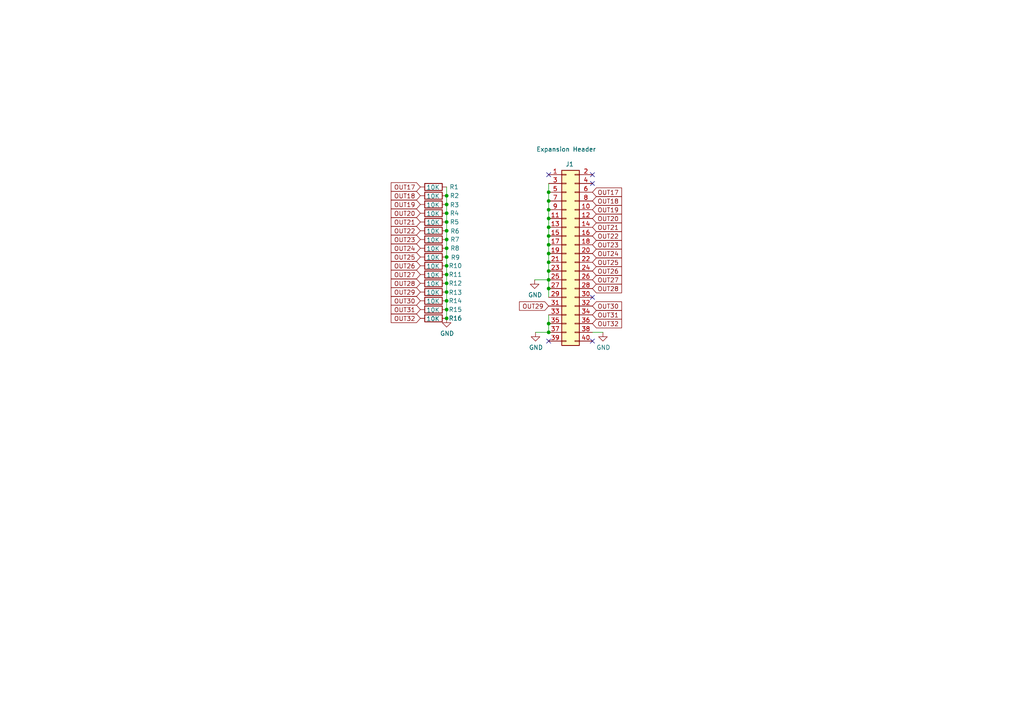
<source format=kicad_sch>
(kicad_sch (version 20211123) (generator eeschema)
  (paper "A4")
  (lib_symbols
    (symbol "Connector_Generic:Conn_02x20_Odd_Even" (pin_names (offset 1.016) hide)
      (property "Reference" "J" (at 1.27 25.4 0))
      (property "Value" "Conn_02x20_Odd_Even" (at 1.27 -27.94 0))
      (symbol "Conn_02x20_Odd_Even_1_1"
        (rectangle (start -1.27 -25.273) (end 0 -25.527) (stroke (width 0.1524)))
        (rectangle (start -1.27 -22.733) (end 0 -22.987) (stroke (width 0.1524)))
        (rectangle (start -1.27 -20.193) (end 0 -20.447) (stroke (width 0.1524)))
        (rectangle (start -1.27 -17.653) (end 0 -17.907) (stroke (width 0.1524)))
        (rectangle (start -1.27 -15.113) (end 0 -15.367) (stroke (width 0.1524)))
        (rectangle (start -1.27 -12.573) (end 0 -12.827) (stroke (width 0.1524)))
        (rectangle (start -1.27 -10.033) (end 0 -10.287) (stroke (width 0.1524)))
        (rectangle (start -1.27 -7.493) (end 0 -7.747) (stroke (width 0.1524)))
        (rectangle (start -1.27 -4.953) (end 0 -5.207) (stroke (width 0.1524)))
        (rectangle (start -1.27 -2.413) (end 0 -2.667) (stroke (width 0.1524)))
        (rectangle (start -1.27 0.127) (end 0 -0.127) (stroke (width 0.1524)))
        (rectangle (start -1.27 2.667) (end 0 2.413) (stroke (width 0.1524)))
        (rectangle (start -1.27 5.207) (end 0 4.953) (stroke (width 0.1524)))
        (rectangle (start -1.27 7.747) (end 0 7.493) (stroke (width 0.1524)))
        (rectangle (start -1.27 10.287) (end 0 10.033) (stroke (width 0.1524)))
        (rectangle (start -1.27 12.827) (end 0 12.573) (stroke (width 0.1524)))
        (rectangle (start -1.27 15.367) (end 0 15.113) (stroke (width 0.1524)))
        (rectangle (start -1.27 17.907) (end 0 17.653) (stroke (width 0.1524)))
        (rectangle (start -1.27 20.447) (end 0 20.193) (stroke (width 0.1524)))
        (rectangle (start -1.27 22.987) (end 0 22.733) (stroke (width 0.1524)))
        (rectangle (start -1.27 24.13) (end 3.81 -26.67) (stroke (width 0.254)) (fill (type background)))
        (rectangle (start 3.81 -25.273) (end 2.54 -25.527) (stroke (width 0.1524)))
        (rectangle (start 3.81 -22.733) (end 2.54 -22.987) (stroke (width 0.1524)))
        (rectangle (start 3.81 -20.193) (end 2.54 -20.447) (stroke (width 0.1524)))
        (rectangle (start 3.81 -17.653) (end 2.54 -17.907) (stroke (width 0.1524)))
        (rectangle (start 3.81 -15.113) (end 2.54 -15.367) (stroke (width 0.1524)))
        (rectangle (start 3.81 -12.573) (end 2.54 -12.827) (stroke (width 0.1524)))
        (rectangle (start 3.81 -10.033) (end 2.54 -10.287) (stroke (width 0.1524)))
        (rectangle (start 3.81 -7.493) (end 2.54 -7.747) (stroke (width 0.1524)))
        (rectangle (start 3.81 -4.953) (end 2.54 -5.207) (stroke (width 0.1524)))
        (rectangle (start 3.81 -2.413) (end 2.54 -2.667) (stroke (width 0.1524)))
        (rectangle (start 3.81 0.127) (end 2.54 -0.127) (stroke (width 0.1524)))
        (rectangle (start 3.81 2.667) (end 2.54 2.413) (stroke (width 0.1524)))
        (rectangle (start 3.81 5.207) (end 2.54 4.953) (stroke (width 0.1524)))
        (rectangle (start 3.81 7.747) (end 2.54 7.493) (stroke (width 0.1524)))
        (rectangle (start 3.81 10.287) (end 2.54 10.033) (stroke (width 0.1524)))
        (rectangle (start 3.81 12.827) (end 2.54 12.573) (stroke (width 0.1524)))
        (rectangle (start 3.81 15.367) (end 2.54 15.113) (stroke (width 0.1524)))
        (rectangle (start 3.81 17.907) (end 2.54 17.653) (stroke (width 0.1524)))
        (rectangle (start 3.81 20.447) (end 2.54 20.193) (stroke (width 0.1524)))
        (rectangle (start 3.81 22.987) (end 2.54 22.733) (stroke (width 0.1524)))
        (pin passive line (at -5.08 22.86 0) (length 3.81) (name "Pin_1") (number "1"))
        (pin passive line (at 7.62 12.7 180) (length 3.81) (name "Pin_10") (number "10"))
        (pin passive line (at -5.08 10.16 0) (length 3.81) (name "Pin_11") (number "11"))
        (pin passive line (at 7.62 10.16 180) (length 3.81) (name "Pin_12") (number "12"))
        (pin passive line (at -5.08 7.62 0) (length 3.81) (name "Pin_13") (number "13"))
        (pin passive line (at 7.62 7.62 180) (length 3.81) (name "Pin_14") (number "14"))
        (pin passive line (at -5.08 5.08 0) (length 3.81) (name "Pin_15") (number "15"))
        (pin passive line (at 7.62 5.08 180) (length 3.81) (name "Pin_16") (number "16"))
        (pin passive line (at -5.08 2.54 0) (length 3.81) (name "Pin_17") (number "17"))
        (pin passive line (at 7.62 2.54 180) (length 3.81) (name "Pin_18") (number "18"))
        (pin passive line (at -5.08 0 0) (length 3.81) (name "Pin_19") (number "19"))
        (pin passive line (at 7.62 22.86 180) (length 3.81) (name "Pin_2") (number "2"))
        (pin passive line (at 7.62 0 180) (length 3.81) (name "Pin_20") (number "20"))
        (pin passive line (at -5.08 -2.54 0) (length 3.81) (name "Pin_21") (number "21"))
        (pin passive line (at 7.62 -2.54 180) (length 3.81) (name "Pin_22") (number "22"))
        (pin passive line (at -5.08 -5.08 0) (length 3.81) (name "Pin_23") (number "23"))
        (pin passive line (at 7.62 -5.08 180) (length 3.81) (name "Pin_24") (number "24"))
        (pin passive line (at -5.08 -7.62 0) (length 3.81) (name "Pin_25") (number "25"))
        (pin passive line (at 7.62 -7.62 180) (length 3.81) (name "Pin_26") (number "26"))
        (pin passive line (at -5.08 -10.16 0) (length 3.81) (name "Pin_27") (number "27"))
        (pin passive line (at 7.62 -10.16 180) (length 3.81) (name "Pin_28") (number "28"))
        (pin passive line (at -5.08 -12.7 0) (length 3.81) (name "Pin_29") (number "29"))
        (pin passive line (at -5.08 20.32 0) (length 3.81) (name "Pin_3") (number "3"))
        (pin passive line (at 7.62 -12.7 180) (length 3.81) (name "Pin_30") (number "30"))
        (pin passive line (at -5.08 -15.24 0) (length 3.81) (name "Pin_31") (number "31"))
        (pin passive line (at 7.62 -15.24 180) (length 3.81) (name "Pin_32") (number "32"))
        (pin passive line (at -5.08 -17.78 0) (length 3.81) (name "Pin_33") (number "33"))
        (pin passive line (at 7.62 -17.78 180) (length 3.81) (name "Pin_34") (number "34"))
        (pin passive line (at -5.08 -20.32 0) (length 3.81) (name "Pin_35") (number "35"))
        (pin passive line (at 7.62 -20.32 180) (length 3.81) (name "Pin_36") (number "36"))
        (pin passive line (at -5.08 -22.86 0) (length 3.81) (name "Pin_37") (number "37"))
        (pin passive line (at 7.62 -22.86 180) (length 3.81) (name "Pin_38") (number "38"))
        (pin passive line (at -5.08 -25.4 0) (length 3.81) (name "Pin_39") (number "39"))
        (pin passive line (at 7.62 20.32 180) (length 3.81) (name "Pin_4") (number "4"))
        (pin passive line (at 7.62 -25.4 180) (length 3.81) (name "Pin_40") (number "40"))
        (pin passive line (at -5.08 17.78 0) (length 3.81) (name "Pin_5") (number "5"))
        (pin passive line (at 7.62 17.78 180) (length 3.81) (name "Pin_6") (number "6"))
        (pin passive line (at -5.08 15.24 0) (length 3.81) (name "Pin_7") (number "7"))
        (pin passive line (at 7.62 15.24 180) (length 3.81) (name "Pin_8") (number "8"))
        (pin passive line (at -5.08 12.7 0) (length 3.81) (name "Pin_9") (number "9"))
      )
    )
    (symbol "Device:R" (pin_numbers hide) (pin_names (offset 0))
      (property "Reference" "R" (at 2.032 0 90))
      (property "Value" "R" (at 0 0 90))
      (symbol "R_0_1"
        (rectangle (start -1.016 -2.54) (end 1.016 2.54) (stroke (width 0.254)))
      )
      (symbol "R_1_1"
        (pin passive line (at 0 3.81 270) (length 1.27) (name "~") (number "1"))
        (pin passive line (at 0 -3.81 90) (length 1.27) (name "~") (number "2"))
      )
    )
    (symbol "power:GND" (power) (pin_names (offset 0))
      (property "Value" "GND" (at 0 -3.81 0))
      (symbol "GND_0_1"
        (polyline (pts (xy 0 0) (xy 0 -1.27) (xy 1.27 -1.27) (xy 0 -2.54) (xy -1.27 -1.27) (xy 0 -1.27)))
      )
      (symbol "GND_1_1"
        (pin power_in line (at 0 0 270) (length 0) hide (name "GND") (number "1"))
      )
    )
  )
  (junction (at 129.54 79.629))
  (junction (at 129.54 77.089))
  (junction (at 129.54 89.789))
  (junction (at 159.131 76.073))
  (junction (at 159.131 65.913))
  (junction (at 129.54 59.309))
  (junction (at 129.54 56.769))
  (junction (at 129.54 82.169))
  (junction (at 159.131 63.373))
  (junction (at 129.54 64.389))
  (junction (at 129.54 84.709))
  (junction (at 159.131 60.833))
  (junction (at 129.54 92.329))
  (junction (at 159.131 68.453))
  (junction (at 159.131 83.693))
  (junction (at 159.131 78.613))
  (junction (at 159.131 93.853))
  (junction (at 129.54 61.849))
  (junction (at 129.54 66.929))
  (junction (at 159.131 96.393))
  (junction (at 159.131 55.753))
  (junction (at 159.131 73.533))
  (junction (at 129.54 87.249))
  (junction (at 129.54 72.009))
  (junction (at 129.54 69.469))
  (junction (at 159.131 58.293))
  (junction (at 159.131 81.153))
  (junction (at 129.54 74.549))
  (junction (at 159.131 70.993))
  (no_connect (at 171.831 53.213))
  (no_connect (at 171.831 50.673))
  (no_connect (at 171.831 98.933))
  (no_connect (at 159.131 98.933))
  (no_connect (at 159.131 50.673))
  (no_connect (at 171.831 86.233))
  (wire (pts (xy 129.54 79.629) (xy 129.54 82.169)))
  (wire (pts (xy 159.131 81.153) (xy 155.067 81.153)))
  (wire (pts (xy 129.54 77.089) (xy 129.54 79.629)))
  (wire (pts (xy 159.131 55.753) (xy 159.131 58.293)))
  (wire (pts (xy 159.131 93.853) (xy 159.131 96.393)))
  (wire (pts (xy 159.131 81.153) (xy 159.131 83.693)))
  (wire (pts (xy 159.131 78.613) (xy 159.131 81.153)))
  (wire (pts (xy 129.54 72.009) (xy 129.54 74.549)))
  (wire (pts (xy 159.131 91.313) (xy 159.131 93.853)))
  (wire (pts (xy 171.831 96.393) (xy 174.879 96.393)))
  (wire (pts (xy 129.54 84.709) (xy 129.54 87.249)))
  (wire (pts (xy 159.131 68.453) (xy 159.131 70.993)))
  (wire (pts (xy 159.131 73.533) (xy 159.131 76.073)))
  (wire (pts (xy 159.131 70.993) (xy 159.131 73.533)))
  (wire (pts (xy 129.54 69.469) (xy 129.54 72.009)))
  (wire (pts (xy 159.131 96.393) (xy 155.321 96.393)))
  (wire (pts (xy 159.131 58.293) (xy 159.131 60.833)))
  (wire (pts (xy 129.54 64.389) (xy 129.54 66.929)))
  (wire (pts (xy 159.131 53.213) (xy 159.131 55.753)))
  (wire (pts (xy 129.54 56.769) (xy 129.54 59.309)))
  (wire (pts (xy 159.131 63.373) (xy 159.131 65.913)))
  (wire (pts (xy 129.54 59.309) (xy 129.54 61.849)))
  (wire (pts (xy 129.54 89.789) (xy 129.54 92.329)))
  (wire (pts (xy 129.54 82.169) (xy 129.54 84.709)))
  (wire (pts (xy 159.131 65.913) (xy 159.131 68.453)))
  (wire (pts (xy 129.54 66.929) (xy 129.54 69.469)))
  (wire (pts (xy 159.131 76.073) (xy 159.131 78.613)))
  (wire (pts (xy 129.54 74.549) (xy 129.54 77.089)))
  (wire (pts (xy 129.54 87.249) (xy 129.54 89.789)))
  (wire (pts (xy 159.131 83.693) (xy 159.131 86.233)))
  (wire (pts (xy 129.54 61.849) (xy 129.54 64.389)))
  (wire (pts (xy 129.54 54.229) (xy 129.54 56.769)))
  (wire (pts (xy 159.131 60.833) (xy 159.131 63.373)))
  (global_label "OUT17" (shape input) (at 121.92 54.229 180) (property "Intersheet References" "${INTERSHEET_REFS}" (effects hide)))
  (global_label "OUT28" (shape input) (at 121.92 82.169 180) (property "Intersheet References" "${INTERSHEET_REFS}" (effects hide)))
  (global_label "OUT30" (shape input) (at 171.831 88.773 0) (property "Intersheet References" "${INTERSHEET_REFS}" (effects hide)))
  (global_label "OUT27" (shape input) (at 171.831 81.153 0) (property "Intersheet References" "${INTERSHEET_REFS}" (effects hide)))
  (global_label "OUT24" (shape input) (at 171.831 73.533 0) (property "Intersheet References" "${INTERSHEET_REFS}" (effects hide)))
  (global_label "OUT23" (shape input) (at 121.92 69.469 180) (property "Intersheet References" "${INTERSHEET_REFS}" (effects hide)))
  (global_label "OUT25" (shape input) (at 121.92 74.549 180) (property "Intersheet References" "${INTERSHEET_REFS}" (effects hide)))
  (global_label "OUT24" (shape input) (at 121.92 72.009 180) (property "Intersheet References" "${INTERSHEET_REFS}" (effects hide)))
  (global_label "OUT27" (shape input) (at 121.92 79.629 180) (property "Intersheet References" "${INTERSHEET_REFS}" (effects hide)))
  (global_label "OUT19" (shape input) (at 171.831 60.833 0) (property "Intersheet References" "${INTERSHEET_REFS}" (effects hide)))
  (global_label "OUT18" (shape input) (at 121.92 56.769 180) (property "Intersheet References" "${INTERSHEET_REFS}" (effects hide)))
  (global_label "OUT20" (shape input) (at 171.831 63.373 0) (property "Intersheet References" "${INTERSHEET_REFS}" (effects hide)))
  (global_label "OUT23" (shape input) (at 171.831 70.993 0) (property "Intersheet References" "${INTERSHEET_REFS}" (effects hide)))
  (global_label "OUT19" (shape input) (at 121.92 59.309 180) (property "Intersheet References" "${INTERSHEET_REFS}" (effects hide)))
  (global_label "OUT20" (shape input) (at 121.92 61.849 180) (property "Intersheet References" "${INTERSHEET_REFS}" (effects hide)))
  (global_label "OUT21" (shape input) (at 171.831 65.913 0) (property "Intersheet References" "${INTERSHEET_REFS}" (effects hide)))
  (global_label "OUT26" (shape input) (at 121.92 77.089 180) (property "Intersheet References" "${INTERSHEET_REFS}" (effects hide)))
  (global_label "OUT29" (shape input) (at 159.131 88.773 180) (property "Intersheet References" "${INTERSHEET_REFS}" (effects hide)))
  (global_label "OUT31" (shape input) (at 121.92 89.789 180) (property "Intersheet References" "${INTERSHEET_REFS}" (effects hide)))
  (global_label "OUT26" (shape input) (at 171.831 78.613 0) (property "Intersheet References" "${INTERSHEET_REFS}" (effects hide)))
  (global_label "OUT22" (shape input) (at 121.92 66.929 180) (property "Intersheet References" "${INTERSHEET_REFS}" (effects hide)))
  (global_label "OUT31" (shape input) (at 171.831 91.313 0) (property "Intersheet References" "${INTERSHEET_REFS}" (effects hide)))
  (global_label "OUT30" (shape input) (at 121.92 87.249 180) (property "Intersheet References" "${INTERSHEET_REFS}" (effects hide)))
  (global_label "OUT32" (shape input) (at 121.92 92.329 180) (property "Intersheet References" "${INTERSHEET_REFS}" (effects hide)))
  (global_label "OUT18" (shape input) (at 171.831 58.293 0) (property "Intersheet References" "${INTERSHEET_REFS}" (effects hide)))
  (global_label "OUT22" (shape input) (at 171.831 68.453 0) (property "Intersheet References" "${INTERSHEET_REFS}" (effects hide)))
  (global_label "OUT32" (shape input) (at 171.831 93.853 0) (property "Intersheet References" "${INTERSHEET_REFS}" (effects hide)))
  (global_label "OUT21" (shape input) (at 121.92 64.389 180) (property "Intersheet References" "${INTERSHEET_REFS}" (effects hide)))
  (global_label "OUT25" (shape input) (at 171.831 76.073 0) (property "Intersheet References" "${INTERSHEET_REFS}" (effects hide)))
  (global_label "OUT17" (shape input) (at 171.831 55.753 0) (property "Intersheet References" "${INTERSHEET_REFS}" (effects hide)))
  (global_label "OUT29" (shape input) (at 121.92 84.709 180) (property "Intersheet References" "${INTERSHEET_REFS}" (effects hide)))
  (global_label "OUT28" (shape input) (at 171.831 83.693 0) (property "Intersheet References" "${INTERSHEET_REFS}" (effects hide)))
  (symbol (lib_id "Device:R") (at 125.73 61.849 90) (unit 1)
    (property "Reference" "R4" (at 131.826 61.849 90))
    (property "Value" "10K" (at 125.603 61.976 90))
    (property "Footprint" "Resistor_SMD:R_0603_1608Metric_Pad0.98x0.95mm_HandSolder" (effects hide))
    (property "Digi-Key_PN" "311-10.0KHRCT-ND" (effects hide))
    (property "LCSC" "C25804" (effects hide))
    (property "MPN" "RC0603FR-0710KL" (effects hide))
  )
  (symbol (lib_id "power:GND") (at 174.879 96.393 0) (unit 1)
    (property "Reference" "#PWR04" (effects hide))
    (property "Value" "GND" (at 175.006 100.7872 0))
  )
  (symbol (lib_id "Device:R") (at 125.73 64.389 90) (unit 1)
    (property "Reference" "R5" (at 131.826 64.389 90))
    (property "Value" "10K" (at 125.603 64.516 90))
    (property "Footprint" "Resistor_SMD:R_0603_1608Metric_Pad0.98x0.95mm_HandSolder" (effects hide))
    (property "Digi-Key_PN" "311-10.0KHRCT-ND" (effects hide))
    (property "LCSC" "C25804" (effects hide))
    (property "MPN" "RC0603FR-0710KL" (effects hide))
  )
  (symbol (lib_id "power:GND") (at 155.067 81.153 0) (unit 1)
    (property "Reference" "#PWR02" (effects hide))
    (property "Value" "GND" (at 155.194 85.5472 0))
  )
  (symbol (lib_id "Device:R") (at 125.73 82.169 90) (unit 1)
    (property "Reference" "R12" (at 132.08 82.169 90))
    (property "Value" "10K" (at 125.603 82.296 90))
    (property "Footprint" "Resistor_SMD:R_0603_1608Metric_Pad0.98x0.95mm_HandSolder" (effects hide))
    (property "Digi-Key_PN" "311-10.0KHRCT-ND" (effects hide))
    (property "LCSC" "C25804" (effects hide))
    (property "MPN" "RC0603FR-0710KL" (effects hide))
  )
  (symbol (lib_id "Device:R") (at 125.73 77.089 90) (unit 1)
    (property "Reference" "R10" (at 132.08 77.089 90))
    (property "Value" "10K" (at 125.603 77.216 90))
    (property "Footprint" "Resistor_SMD:R_0603_1608Metric_Pad0.98x0.95mm_HandSolder" (effects hide))
    (property "Digi-Key_PN" "311-10.0KHRCT-ND" (effects hide))
    (property "LCSC" "C25804" (effects hide))
    (property "MPN" "RC0603FR-0710KL" (effects hide))
  )
  (symbol (lib_id "Device:R") (at 125.73 89.789 90) (unit 1)
    (property "Reference" "R15" (at 132.08 89.789 90))
    (property "Value" "10K" (at 125.603 89.916 90))
    (property "Footprint" "Resistor_SMD:R_0603_1608Metric_Pad0.98x0.95mm_HandSolder" (effects hide))
    (property "Digi-Key_PN" "311-10.0KHRCT-ND" (effects hide))
    (property "LCSC" "C25804" (effects hide))
    (property "MPN" "RC0603FR-0710KL" (effects hide))
  )
  (symbol (lib_id "Device:R") (at 125.73 79.629 90) (unit 1)
    (property "Reference" "R11" (at 132.08 79.629 90))
    (property "Value" "10K" (at 125.603 79.756 90))
    (property "Footprint" "Resistor_SMD:R_0603_1608Metric_Pad0.98x0.95mm_HandSolder" (effects hide))
    (property "Digi-Key_PN" "311-10.0KHRCT-ND" (effects hide))
    (property "LCSC" "C25804" (effects hide))
    (property "MPN" "RC0603FR-0710KL" (effects hide))
  )
  (symbol (lib_id "Device:R") (at 125.73 87.249 90) (unit 1)
    (property "Reference" "R14" (at 132.08 87.249 90))
    (property "Value" "10K" (at 125.603 87.376 90))
    (property "Footprint" "Resistor_SMD:R_0603_1608Metric_Pad0.98x0.95mm_HandSolder" (effects hide))
    (property "Digi-Key_PN" "311-10.0KHRCT-ND" (effects hide))
    (property "LCSC" "C25804" (effects hide))
    (property "MPN" "RC0603FR-0710KL" (effects hide))
  )
  (symbol (lib_id "Device:R") (at 125.73 74.549 90) (unit 1)
    (property "Reference" "R9" (at 132.08 74.676 90))
    (property "Value" "10K" (at 125.603 74.676 90))
    (property "Footprint" "Resistor_SMD:R_0603_1608Metric_Pad0.98x0.95mm_HandSolder" (effects hide))
    (property "Digi-Key_PN" "311-10.0KHRCT-ND" (effects hide))
    (property "LCSC" "C25804" (effects hide))
    (property "MPN" "RC0603FR-0710KL" (effects hide))
  )
  (symbol (lib_id "Device:R") (at 125.73 72.009 90) (unit 1)
    (property "Reference" "R8" (at 131.953 72.009 90))
    (property "Value" "10K" (at 125.603 72.136 90))
    (property "Footprint" "Resistor_SMD:R_0603_1608Metric_Pad0.98x0.95mm_HandSolder" (effects hide))
    (property "Digi-Key_PN" "311-10.0KHRCT-ND" (effects hide))
    (property "LCSC" "C25804" (effects hide))
    (property "MPN" "RC0603FR-0710KL" (effects hide))
  )
  (symbol (lib_id "Connector_Generic:Conn_02x20_Odd_Even") (at 164.211 73.533 0) (unit 1)
    (property "Reference" "J1" (at 165.227 47.625 0))
    (property "Value" "Expansion Header" (at 164.211 43.307 0))
    (property "Footprint" "Connector_IDC:IDC-Header_2x20_P2.54mm_Vertical" (effects hide))
    (property "Digi-Key_PN" "S9175-ND" (effects hide))
    (property "MPN" "SBH11-PBPC-D20-ST-BK" (effects hide))
    (property "LCSC" "C9138" (effects hide))
  )
  (symbol (lib_id "power:GND") (at 155.321 96.393 0) (unit 1)
    (property "Reference" "#PWR03" (effects hide))
    (property "Value" "GND" (at 155.448 100.7872 0))
  )
  (symbol (lib_id "Device:R") (at 125.73 56.769 90) (unit 1)
    (property "Reference" "R2" (at 131.826 56.769 90))
    (property "Value" "10K" (at 125.603 56.896 90))
    (property "Footprint" "Resistor_SMD:R_0603_1608Metric_Pad0.98x0.95mm_HandSolder" (effects hide))
    (property "Digi-Key_PN" "311-10.0KHRCT-ND" (effects hide))
    (property "LCSC" "C25804" (effects hide))
    (property "MPN" "RC0603FR-0710KL" (effects hide))
  )
  (symbol (lib_id "Device:R") (at 125.73 54.229 90) (unit 1)
    (property "Reference" "R1" (at 131.699 54.229 90))
    (property "Value" "10K" (at 125.603 54.356 90))
    (property "Footprint" "Resistor_SMD:R_0603_1608Metric_Pad0.98x0.95mm_HandSolder" (effects hide))
    (property "Digi-Key_PN" "311-10.0KHRCT-ND" (effects hide))
    (property "LCSC" "C25804" (effects hide))
    (property "MPN" "RC0603FR-0710KL" (effects hide))
  )
  (symbol (lib_id "Device:R") (at 125.73 66.929 90) (unit 1)
    (property "Reference" "R6" (at 131.953 67.056 90))
    (property "Value" "10K" (at 125.603 67.056 90))
    (property "Footprint" "Resistor_SMD:R_0603_1608Metric_Pad0.98x0.95mm_HandSolder" (effects hide))
    (property "Digi-Key_PN" "311-10.0KHRCT-ND" (effects hide))
    (property "LCSC" "C25804" (effects hide))
    (property "MPN" "RC0603FR-0710KL" (effects hide))
  )
  (symbol (lib_id "Device:R") (at 125.73 92.329 90) (unit 1)
    (property "Reference" "R16" (at 132.08 92.329 90))
    (property "Value" "10K" (at 125.603 92.456 90))
    (property "Footprint" "Resistor_SMD:R_0603_1608Metric_Pad0.98x0.95mm_HandSolder" (effects hide))
    (property "Digi-Key_PN" "311-10.0KHRCT-ND" (effects hide))
    (property "LCSC" "C25804" (effects hide))
    (property "MPN" "RC0603FR-0710KL" (effects hide))
  )
  (symbol (lib_id "Device:R") (at 125.73 59.309 90) (unit 1)
    (property "Reference" "R3" (at 131.826 59.436 90))
    (property "Value" "10K" (at 125.603 59.436 90))
    (property "Footprint" "Resistor_SMD:R_0603_1608Metric_Pad0.98x0.95mm_HandSolder" (effects hide))
    (property "Digi-Key_PN" "311-10.0KHRCT-ND" (effects hide))
    (property "LCSC" "C25804" (effects hide))
    (property "MPN" "RC0603FR-0710KL" (effects hide))
  )
  (symbol (lib_id "Device:R") (at 125.73 69.469 90) (unit 1)
    (property "Reference" "R7" (at 131.953 69.469 90))
    (property "Value" "10K" (at 125.603 69.596 90))
    (property "Footprint" "Resistor_SMD:R_0603_1608Metric_Pad0.98x0.95mm_HandSolder" (effects hide))
    (property "Digi-Key_PN" "311-10.0KHRCT-ND" (effects hide))
    (property "LCSC" "C25804" (effects hide))
    (property "MPN" "RC0603FR-0710KL" (effects hide))
  )
  (symbol (lib_id "power:GND") (at 129.54 92.329 0) (unit 1)
    (property "Reference" "#PWR01" (effects hide))
    (property "Value" "GND" (at 129.667 96.7232 0))
  )
  (symbol (lib_id "Device:R") (at 125.73 84.709 90) (unit 1)
    (property "Reference" "R13" (at 132.08 84.836 90))
    (property "Value" "10K" (at 125.603 84.836 90))
    (property "Footprint" "Resistor_SMD:R_0603_1608Metric_Pad0.98x0.95mm_HandSolder" (effects hide))
    (property "Digi-Key_PN" "311-10.0KHRCT-ND" (effects hide))
    (property "LCSC" "C25804" (effects hide))
    (property "MPN" "RC0603FR-0710KL" (effects hide))
  )
)
</source>
